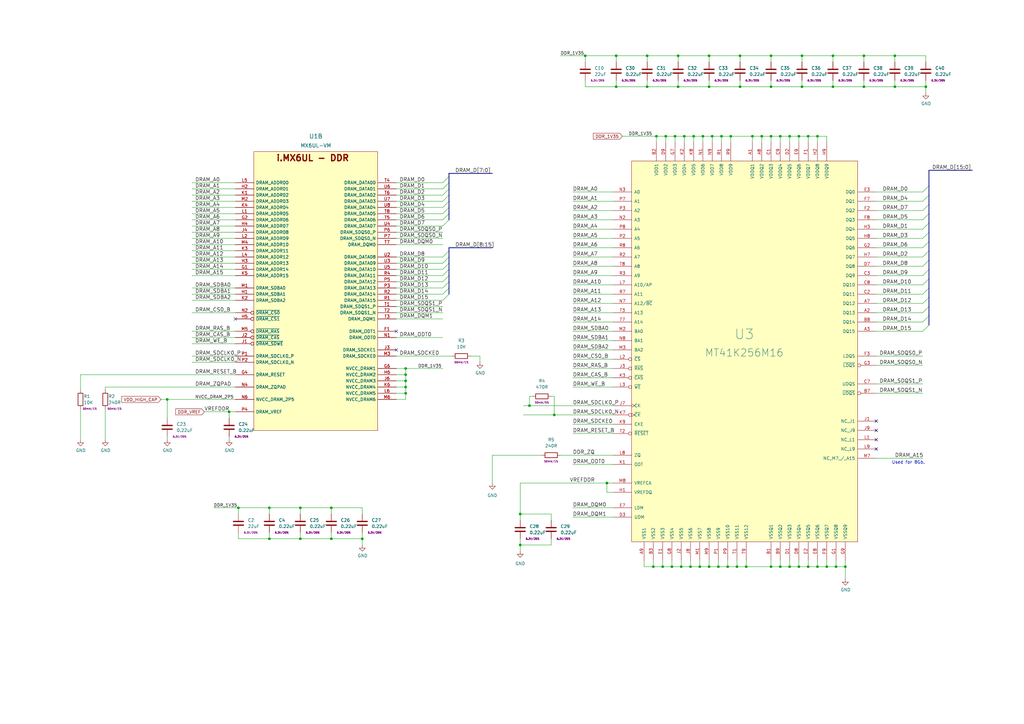
<source format=kicad_sch>
(kicad_sch (version 20210621) (generator eeschema)
  (paper "A3")
  (junction (at 287.02 232.41))
  (junction (at 213.36 210.82))
  (junction (at 290.83 22.86))
  (junction (at 316.23 35.56))
  (junction (at 273.05 55.88))
  (junction (at 279.4 232.41))
  (junction (at 97.79 208.28))
  (junction (at 379.73 35.56))
  (junction (at 331.47 55.88))
  (junction (at 303.53 22.86))
  (junction (at 341.63 22.86))
  (junction (at 327.66 55.88))
  (junction (at 110.49 208.28))
  (junction (at 335.28 232.41))
  (junction (at 354.33 22.86))
  (junction (at 278.13 22.86))
  (junction (at 312.42 55.88))
  (junction (at 275.59 232.41))
  (junction (at 284.48 55.88))
  (junction (at 240.03 22.86))
  (junction (at 327.66 232.41))
  (junction (at 265.43 35.56))
  (junction (at 328.93 35.56))
  (junction (at 269.24 55.88))
  (junction (at 308.61 55.88))
  (junction (at 298.45 232.41))
  (junction (at 93.98 168.91))
  (junction (at 316.23 232.41))
  (junction (at 213.36 223.52))
  (junction (at 346.71 232.41))
  (junction (at 276.86 55.88))
  (junction (at 110.49 220.98))
  (junction (at 331.47 232.41))
  (junction (at 354.33 35.56))
  (junction (at 166.37 158.75))
  (junction (at 248.92 198.12))
  (junction (at 166.37 151.13))
  (junction (at 166.37 153.67))
  (junction (at 135.89 220.98))
  (junction (at 292.1 55.88))
  (junction (at 367.03 22.86))
  (junction (at 166.37 161.29))
  (junction (at 342.9 232.41))
  (junction (at 123.19 208.28))
  (junction (at 316.23 55.88))
  (junction (at 335.28 55.88))
  (junction (at 294.64 232.41))
  (junction (at 290.83 35.56))
  (junction (at 341.63 35.56))
  (junction (at 290.83 232.41))
  (junction (at 288.29 55.88))
  (junction (at 339.09 232.41))
  (junction (at 135.89 208.28))
  (junction (at 271.78 232.41))
  (junction (at 323.85 55.88))
  (junction (at 302.26 232.41))
  (junction (at 320.04 232.41))
  (junction (at 252.73 35.56))
  (junction (at 367.03 35.56))
  (junction (at 267.97 232.41))
  (junction (at 283.21 232.41))
  (junction (at 295.91 55.88))
  (junction (at 306.07 232.41))
  (junction (at 323.85 232.41))
  (junction (at 265.43 22.86))
  (junction (at 316.23 22.86))
  (junction (at 328.93 22.86))
  (junction (at 252.73 22.86))
  (junction (at 280.67 55.88))
  (junction (at 303.53 35.56))
  (junction (at 148.59 220.98))
  (junction (at 217.17 166.37))
  (junction (at 123.19 220.98))
  (junction (at 320.04 55.88))
  (junction (at 299.72 55.88))
  (junction (at 166.37 156.21))
  (junction (at 227.33 170.18))
  (junction (at 68.58 163.83))
  (junction (at 278.13 35.56))
  (no_connect (at 359.41 180.34))
  (no_connect (at 162.56 143.51))
  (no_connect (at 162.56 135.89))
  (no_connect (at 359.41 184.15))
  (no_connect (at 359.41 176.53))
  (no_connect (at 96.52 130.81))
  (no_connect (at 359.41 172.72))
  (bus_entry (at 181.61 118.11) (size 2.54 -2.54))
  (bus_entry (at 378.46 109.22) (size 2.54 -2.54))
  (bus_entry (at 378.46 90.17) (size 2.54 -2.54))
  (bus_entry (at 181.61 90.17) (size 2.54 -2.54))
  (bus_entry (at 181.61 115.57) (size 2.54 -2.54))
  (bus_entry (at 378.46 86.36) (size 2.54 -2.54))
  (bus_entry (at 378.46 116.84) (size 2.54 -2.54))
  (bus_entry (at 181.61 110.49) (size 2.54 -2.54))
  (bus_entry (at 378.46 128.27) (size 2.54 -2.54))
  (bus_entry (at 378.46 120.65) (size 2.54 -2.54))
  (bus_entry (at 181.61 87.63) (size 2.54 -2.54))
  (bus_entry (at 378.46 78.74) (size 2.54 -2.54))
  (bus_entry (at 378.46 132.08) (size 2.54 -2.54))
  (bus_entry (at 378.46 113.03) (size 2.54 -2.54))
  (bus_entry (at 378.46 105.41) (size 2.54 -2.54))
  (bus_entry (at 378.46 135.89) (size 2.54 -2.54))
  (bus_entry (at 378.46 124.46) (size 2.54 -2.54))
  (bus_entry (at 378.46 93.98) (size 2.54 -2.54))
  (bus_entry (at 181.61 120.65) (size 2.54 -2.54))
  (bus_entry (at 181.61 77.47) (size 2.54 -2.54))
  (bus_entry (at 181.61 82.55) (size 2.54 -2.54))
  (bus_entry (at 181.61 105.41) (size 2.54 -2.54))
  (bus_entry (at 378.46 101.6) (size 2.54 -2.54))
  (bus_entry (at 378.46 82.55) (size 2.54 -2.54))
  (bus_entry (at 181.61 123.19) (size 2.54 -2.54))
  (bus_entry (at 181.61 74.93) (size 2.54 -2.54))
  (bus_entry (at 181.61 113.03) (size 2.54 -2.54))
  (bus_entry (at 181.61 85.09) (size 2.54 -2.54))
  (bus_entry (at 181.61 92.71) (size 2.54 -2.54))
  (bus_entry (at 378.46 97.79) (size 2.54 -2.54))
  (bus_entry (at 181.61 80.01) (size 2.54 -2.54))
  (bus_entry (at 181.61 107.95) (size 2.54 -2.54))
  (bus (pts (xy 184.15 87.63) (xy 184.15 90.17)))
  (wire (pts (xy 341.63 25.4) (xy 341.63 22.86)))
  (wire (pts (xy 265.43 35.56) (xy 278.13 35.56)))
  (wire (pts (xy 359.41 116.84) (xy 378.46 116.84)))
  (wire (pts (xy 162.56 113.03) (xy 181.61 113.03)))
  (wire (pts (xy 379.73 33.02) (xy 379.73 35.56)))
  (wire (pts (xy 110.49 218.44) (xy 110.49 220.98)))
  (wire (pts (xy 316.23 232.41) (xy 320.04 232.41)))
  (wire (pts (xy 166.37 161.29) (xy 162.56 161.29)))
  (wire (pts (xy 166.37 151.13) (xy 181.61 151.13)))
  (wire (pts (xy 96.52 118.11) (xy 78.74 118.11)))
  (wire (pts (xy 290.83 22.86) (xy 303.53 22.86)))
  (bus (pts (xy 184.15 110.49) (xy 184.15 113.03)))
  (wire (pts (xy 162.56 74.93) (xy 181.61 74.93)))
  (wire (pts (xy 273.05 55.88) (xy 276.86 55.88)))
  (wire (pts (xy 265.43 22.86) (xy 278.13 22.86)))
  (wire (pts (xy 327.66 232.41) (xy 327.66 229.87)))
  (wire (pts (xy 288.29 55.88) (xy 288.29 58.42)))
  (bus (pts (xy 381 83.82) (xy 381 87.63)))
  (wire (pts (xy 335.28 58.42) (xy 335.28 55.88)))
  (wire (pts (xy 252.73 22.86) (xy 265.43 22.86)))
  (wire (pts (xy 367.03 22.86) (xy 379.73 22.86)))
  (wire (pts (xy 196.85 146.05) (xy 196.85 148.59)))
  (wire (pts (xy 379.73 35.56) (xy 379.73 38.1)))
  (wire (pts (xy 359.41 105.41) (xy 378.46 105.41)))
  (bus (pts (xy 381 69.85) (xy 381 76.2)))
  (wire (pts (xy 43.18 167.64) (xy 43.18 180.34)))
  (wire (pts (xy 279.4 229.87) (xy 279.4 232.41)))
  (wire (pts (xy 66.04 163.83) (xy 68.58 163.83)))
  (wire (pts (xy 234.95 78.74) (xy 251.46 78.74)))
  (wire (pts (xy 162.56 125.73) (xy 181.61 125.73)))
  (wire (pts (xy 234.95 90.17) (xy 251.46 90.17)))
  (wire (pts (xy 303.53 25.4) (xy 303.53 22.86)))
  (bus (pts (xy 381 80.01) (xy 381 83.82)))
  (wire (pts (xy 240.03 35.56) (xy 252.73 35.56)))
  (wire (pts (xy 248.92 198.12) (xy 248.92 201.93)))
  (wire (pts (xy 135.89 208.28) (xy 148.59 208.28)))
  (wire (pts (xy 162.56 120.65) (xy 181.61 120.65)))
  (wire (pts (xy 302.26 229.87) (xy 302.26 232.41)))
  (wire (pts (xy 306.07 232.41) (xy 316.23 232.41)))
  (wire (pts (xy 240.03 33.02) (xy 240.03 35.56)))
  (wire (pts (xy 335.28 229.87) (xy 335.28 232.41)))
  (wire (pts (xy 96.52 87.63) (xy 78.74 87.63)))
  (wire (pts (xy 96.52 146.05) (xy 78.74 146.05)))
  (wire (pts (xy 341.63 33.02) (xy 341.63 35.56)))
  (wire (pts (xy 162.56 123.19) (xy 181.61 123.19)))
  (wire (pts (xy 290.83 232.41) (xy 294.64 232.41)))
  (wire (pts (xy 354.33 25.4) (xy 354.33 22.86)))
  (wire (pts (xy 335.28 55.88) (xy 339.09 55.88)))
  (wire (pts (xy 379.73 22.86) (xy 379.73 25.4)))
  (wire (pts (xy 213.36 210.82) (xy 226.06 210.82)))
  (wire (pts (xy 226.06 213.36) (xy 226.06 210.82)))
  (wire (pts (xy 328.93 35.56) (xy 341.63 35.56)))
  (wire (pts (xy 96.52 95.25) (xy 78.74 95.25)))
  (wire (pts (xy 201.93 198.12) (xy 201.93 186.69)))
  (wire (pts (xy 201.93 186.69) (xy 222.25 186.69)))
  (bus (pts (xy 184.15 102.87) (xy 184.15 105.41)))
  (wire (pts (xy 251.46 135.89) (xy 234.95 135.89)))
  (wire (pts (xy 287.02 229.87) (xy 287.02 232.41)))
  (wire (pts (xy 251.46 151.13) (xy 234.95 151.13)))
  (wire (pts (xy 339.09 229.87) (xy 339.09 232.41)))
  (wire (pts (xy 97.79 218.44) (xy 97.79 220.98)))
  (wire (pts (xy 359.41 149.86) (xy 378.46 149.86)))
  (wire (pts (xy 229.87 186.69) (xy 251.46 186.69)))
  (bus (pts (xy 184.15 107.95) (xy 184.15 110.49)))
  (wire (pts (xy 227.33 170.18) (xy 251.46 170.18)))
  (wire (pts (xy 248.92 201.93) (xy 251.46 201.93)))
  (bus (pts (xy 184.15 71.12) (xy 201.93 71.12)))
  (wire (pts (xy 335.28 232.41) (xy 339.09 232.41)))
  (wire (pts (xy 292.1 58.42) (xy 292.1 55.88)))
  (wire (pts (xy 240.03 22.86) (xy 229.87 22.86)))
  (wire (pts (xy 213.36 198.12) (xy 213.36 210.82)))
  (wire (pts (xy 213.36 210.82) (xy 213.36 213.36)))
  (wire (pts (xy 320.04 232.41) (xy 323.85 232.41)))
  (wire (pts (xy 96.52 92.71) (xy 78.74 92.71)))
  (wire (pts (xy 267.97 229.87) (xy 267.97 232.41)))
  (wire (pts (xy 166.37 161.29) (xy 166.37 163.83)))
  (wire (pts (xy 323.85 58.42) (xy 323.85 55.88)))
  (wire (pts (xy 354.33 22.86) (xy 367.03 22.86)))
  (wire (pts (xy 278.13 25.4) (xy 278.13 22.86)))
  (bus (pts (xy 381 118.11) (xy 381 121.92)))
  (wire (pts (xy 162.56 100.33) (xy 181.61 100.33)))
  (wire (pts (xy 110.49 208.28) (xy 123.19 208.28)))
  (wire (pts (xy 96.52 107.95) (xy 78.74 107.95)))
  (wire (pts (xy 342.9 229.87) (xy 342.9 232.41)))
  (wire (pts (xy 308.61 58.42) (xy 308.61 55.88)))
  (wire (pts (xy 166.37 153.67) (xy 166.37 156.21)))
  (bus (pts (xy 184.15 101.6) (xy 201.93 101.6)))
  (bus (pts (xy 184.15 74.93) (xy 184.15 77.47)))
  (wire (pts (xy 251.46 147.32) (xy 234.95 147.32)))
  (wire (pts (xy 294.64 232.41) (xy 298.45 232.41)))
  (wire (pts (xy 267.97 232.41) (xy 271.78 232.41)))
  (wire (pts (xy 166.37 158.75) (xy 166.37 161.29)))
  (bus (pts (xy 381 125.73) (xy 381 129.54)))
  (wire (pts (xy 234.95 86.36) (xy 251.46 86.36)))
  (wire (pts (xy 162.56 105.41) (xy 181.61 105.41)))
  (bus (pts (xy 184.15 82.55) (xy 184.15 85.09)))
  (bus (pts (xy 381 99.06) (xy 381 102.87)))
  (wire (pts (xy 359.41 132.08) (xy 378.46 132.08)))
  (bus (pts (xy 184.15 85.09) (xy 184.15 87.63)))
  (wire (pts (xy 33.02 153.67) (xy 96.52 153.67)))
  (wire (pts (xy 303.53 22.86) (xy 316.23 22.86)))
  (wire (pts (xy 135.89 220.98) (xy 135.89 218.44)))
  (wire (pts (xy 234.95 82.55) (xy 251.46 82.55)))
  (wire (pts (xy 252.73 35.56) (xy 265.43 35.56)))
  (wire (pts (xy 96.52 80.01) (xy 78.74 80.01)))
  (wire (pts (xy 275.59 232.41) (xy 275.59 229.87)))
  (wire (pts (xy 213.36 223.52) (xy 213.36 226.06)))
  (wire (pts (xy 316.23 22.86) (xy 328.93 22.86)))
  (bus (pts (xy 184.15 115.57) (xy 184.15 118.11)))
  (wire (pts (xy 148.59 208.28) (xy 148.59 210.82)))
  (wire (pts (xy 135.89 220.98) (xy 148.59 220.98)))
  (wire (pts (xy 265.43 35.56) (xy 265.43 33.02)))
  (wire (pts (xy 359.41 82.55) (xy 378.46 82.55)))
  (wire (pts (xy 234.95 177.8) (xy 251.46 177.8)))
  (wire (pts (xy 217.17 166.37) (xy 251.46 166.37)))
  (wire (pts (xy 162.56 153.67) (xy 166.37 153.67)))
  (wire (pts (xy 97.79 208.28) (xy 110.49 208.28)))
  (wire (pts (xy 299.72 55.88) (xy 308.61 55.88)))
  (wire (pts (xy 162.56 95.25) (xy 181.61 95.25)))
  (wire (pts (xy 68.58 163.83) (xy 96.52 163.83)))
  (wire (pts (xy 359.41 157.48) (xy 378.46 157.48)))
  (wire (pts (xy 278.13 35.56) (xy 278.13 33.02)))
  (wire (pts (xy 166.37 156.21) (xy 162.56 156.21)))
  (wire (pts (xy 87.63 208.28) (xy 97.79 208.28)))
  (wire (pts (xy 252.73 25.4) (xy 252.73 22.86)))
  (wire (pts (xy 123.19 208.28) (xy 135.89 208.28)))
  (wire (pts (xy 214.63 166.37) (xy 217.17 166.37)))
  (bus (pts (xy 184.15 72.39) (xy 184.15 74.93)))
  (wire (pts (xy 298.45 232.41) (xy 302.26 232.41)))
  (bus (pts (xy 184.15 113.03) (xy 184.15 115.57)))
  (wire (pts (xy 323.85 55.88) (xy 327.66 55.88)))
  (wire (pts (xy 302.26 232.41) (xy 306.07 232.41)))
  (wire (pts (xy 328.93 25.4) (xy 328.93 22.86)))
  (bus (pts (xy 381 114.3) (xy 381 118.11)))
  (wire (pts (xy 339.09 232.41) (xy 342.9 232.41)))
  (bus (pts (xy 381 129.54) (xy 381 133.35)))
  (wire (pts (xy 359.41 101.6) (xy 378.46 101.6)))
  (wire (pts (xy 276.86 58.42) (xy 276.86 55.88)))
  (wire (pts (xy 251.46 208.28) (xy 234.95 208.28)))
  (bus (pts (xy 184.15 77.47) (xy 184.15 80.01)))
  (wire (pts (xy 68.58 179.07) (xy 68.58 180.34)))
  (wire (pts (xy 320.04 229.87) (xy 320.04 232.41)))
  (wire (pts (xy 96.52 128.27) (xy 78.74 128.27)))
  (wire (pts (xy 359.41 90.17) (xy 378.46 90.17)))
  (wire (pts (xy 97.79 220.98) (xy 110.49 220.98)))
  (wire (pts (xy 234.95 113.03) (xy 251.46 113.03)))
  (wire (pts (xy 234.95 105.41) (xy 251.46 105.41)))
  (wire (pts (xy 316.23 35.56) (xy 328.93 35.56)))
  (bus (pts (xy 381 102.87) (xy 381 106.68)))
  (wire (pts (xy 96.52 102.87) (xy 78.74 102.87)))
  (wire (pts (xy 234.95 116.84) (xy 251.46 116.84)))
  (wire (pts (xy 295.91 55.88) (xy 299.72 55.88)))
  (wire (pts (xy 278.13 22.86) (xy 290.83 22.86)))
  (wire (pts (xy 96.52 138.43) (xy 78.74 138.43)))
  (wire (pts (xy 123.19 218.44) (xy 123.19 220.98)))
  (wire (pts (xy 166.37 153.67) (xy 166.37 151.13)))
  (wire (pts (xy 280.67 58.42) (xy 280.67 55.88)))
  (wire (pts (xy 162.56 146.05) (xy 185.42 146.05)))
  (wire (pts (xy 275.59 232.41) (xy 279.4 232.41)))
  (wire (pts (xy 248.92 198.12) (xy 251.46 198.12)))
  (wire (pts (xy 269.24 55.88) (xy 273.05 55.88)))
  (wire (pts (xy 93.98 168.91) (xy 96.52 168.91)))
  (wire (pts (xy 273.05 58.42) (xy 273.05 55.88)))
  (wire (pts (xy 316.23 229.87) (xy 316.23 232.41)))
  (wire (pts (xy 33.02 153.67) (xy 33.02 160.02)))
  (wire (pts (xy 251.46 143.51) (xy 234.95 143.51)))
  (wire (pts (xy 288.29 55.88) (xy 292.1 55.88)))
  (wire (pts (xy 290.83 35.56) (xy 303.53 35.56)))
  (wire (pts (xy 68.58 163.83) (xy 68.58 171.45)))
  (wire (pts (xy 96.52 113.03) (xy 78.74 113.03)))
  (wire (pts (xy 290.83 232.41) (xy 290.83 229.87)))
  (wire (pts (xy 328.93 22.86) (xy 341.63 22.86)))
  (wire (pts (xy 283.21 229.87) (xy 283.21 232.41)))
  (wire (pts (xy 93.98 171.45) (xy 93.98 168.91)))
  (wire (pts (xy 290.83 35.56) (xy 290.83 33.02)))
  (wire (pts (xy 96.52 77.47) (xy 78.74 77.47)))
  (wire (pts (xy 354.33 33.02) (xy 354.33 35.56)))
  (wire (pts (xy 359.41 97.79) (xy 378.46 97.79)))
  (wire (pts (xy 323.85 229.87) (xy 323.85 232.41)))
  (wire (pts (xy 162.56 77.47) (xy 181.61 77.47)))
  (wire (pts (xy 346.71 229.87) (xy 346.71 232.41)))
  (wire (pts (xy 96.52 135.89) (xy 78.74 135.89)))
  (wire (pts (xy 162.56 97.79) (xy 181.61 97.79)))
  (wire (pts (xy 316.23 25.4) (xy 316.23 22.86)))
  (wire (pts (xy 264.16 232.41) (xy 267.97 232.41)))
  (bus (pts (xy 184.15 71.12) (xy 184.15 72.39)))
  (wire (pts (xy 123.19 210.82) (xy 123.19 208.28)))
  (wire (pts (xy 341.63 35.56) (xy 354.33 35.56)))
  (wire (pts (xy 213.36 198.12) (xy 248.92 198.12)))
  (bus (pts (xy 381 87.63) (xy 381 91.44)))
  (wire (pts (xy 284.48 55.88) (xy 288.29 55.88)))
  (wire (pts (xy 308.61 55.88) (xy 312.42 55.88)))
  (wire (pts (xy 378.46 187.96) (xy 359.41 187.96)))
  (wire (pts (xy 213.36 220.98) (xy 213.36 223.52)))
  (wire (pts (xy 252.73 35.56) (xy 252.73 33.02)))
  (wire (pts (xy 359.41 120.65) (xy 378.46 120.65)))
  (wire (pts (xy 316.23 58.42) (xy 316.23 55.88)))
  (wire (pts (xy 367.03 33.02) (xy 367.03 35.56)))
  (wire (pts (xy 78.74 100.33) (xy 96.52 100.33)))
  (wire (pts (xy 162.56 82.55) (xy 181.61 82.55)))
  (bus (pts (xy 184.15 80.01) (xy 184.15 82.55)))
  (wire (pts (xy 320.04 55.88) (xy 320.04 58.42)))
  (wire (pts (xy 284.48 58.42) (xy 284.48 55.88)))
  (wire (pts (xy 43.18 158.75) (xy 96.52 158.75)))
  (wire (pts (xy 162.56 110.49) (xy 181.61 110.49)))
  (wire (pts (xy 217.17 162.56) (xy 217.17 166.37)))
  (wire (pts (xy 96.52 140.97) (xy 78.74 140.97)))
  (wire (pts (xy 342.9 232.41) (xy 346.71 232.41)))
  (wire (pts (xy 280.67 55.88) (xy 284.48 55.88)))
  (wire (pts (xy 227.33 162.56) (xy 227.33 170.18)))
  (wire (pts (xy 287.02 232.41) (xy 290.83 232.41)))
  (wire (pts (xy 359.41 124.46) (xy 378.46 124.46)))
  (wire (pts (xy 359.41 135.89) (xy 378.46 135.89)))
  (bus (pts (xy 184.15 101.6) (xy 184.15 102.87)))
  (wire (pts (xy 166.37 163.83) (xy 162.56 163.83)))
  (wire (pts (xy 148.59 220.98) (xy 148.59 223.52)))
  (wire (pts (xy 331.47 58.42) (xy 331.47 55.88)))
  (wire (pts (xy 359.41 78.74) (xy 378.46 78.74)))
  (wire (pts (xy 327.66 58.42) (xy 327.66 55.88)))
  (wire (pts (xy 316.23 35.56) (xy 316.23 33.02)))
  (bus (pts (xy 381 106.68) (xy 381 110.49)))
  (wire (pts (xy 271.78 232.41) (xy 275.59 232.41)))
  (wire (pts (xy 96.52 123.19) (xy 78.74 123.19)))
  (wire (pts (xy 278.13 35.56) (xy 290.83 35.56)))
  (wire (pts (xy 162.56 92.71) (xy 181.61 92.71)))
  (wire (pts (xy 162.56 80.01) (xy 181.61 80.01)))
  (wire (pts (xy 251.46 139.7) (xy 234.95 139.7)))
  (wire (pts (xy 234.95 120.65) (xy 251.46 120.65)))
  (wire (pts (xy 234.95 93.98) (xy 251.46 93.98)))
  (bus (pts (xy 184.15 118.11) (xy 184.15 120.65)))
  (wire (pts (xy 251.46 154.94) (xy 234.95 154.94)))
  (wire (pts (xy 327.66 232.41) (xy 331.47 232.41)))
  (wire (pts (xy 339.09 55.88) (xy 339.09 58.42)))
  (bus (pts (xy 381 121.92) (xy 381 125.73)))
  (wire (pts (xy 271.78 229.87) (xy 271.78 232.41)))
  (wire (pts (xy 162.56 151.13) (xy 166.37 151.13)))
  (wire (pts (xy 265.43 25.4) (xy 265.43 22.86)))
  (wire (pts (xy 320.04 55.88) (xy 323.85 55.88)))
  (wire (pts (xy 295.91 58.42) (xy 295.91 55.88)))
  (wire (pts (xy 316.23 55.88) (xy 320.04 55.88)))
  (wire (pts (xy 276.86 55.88) (xy 280.67 55.88)))
  (wire (pts (xy 162.56 90.17) (xy 181.61 90.17)))
  (wire (pts (xy 312.42 55.88) (xy 316.23 55.88)))
  (wire (pts (xy 255.27 55.88) (xy 269.24 55.88)))
  (wire (pts (xy 96.52 120.65) (xy 78.74 120.65)))
  (wire (pts (xy 367.03 35.56) (xy 379.73 35.56)))
  (wire (pts (xy 110.49 220.98) (xy 123.19 220.98)))
  (wire (pts (xy 359.41 93.98) (xy 378.46 93.98)))
  (wire (pts (xy 269.24 58.42) (xy 269.24 55.88)))
  (wire (pts (xy 331.47 232.41) (xy 335.28 232.41)))
  (wire (pts (xy 299.72 58.42) (xy 299.72 55.88)))
  (wire (pts (xy 162.56 107.95) (xy 181.61 107.95)))
  (wire (pts (xy 148.59 220.98) (xy 148.59 218.44)))
  (wire (pts (xy 264.16 229.87) (xy 264.16 232.41)))
  (bus (pts (xy 381 76.2) (xy 381 80.01)))
  (wire (pts (xy 135.89 210.82) (xy 135.89 208.28)))
  (bus (pts (xy 184.15 105.41) (xy 184.15 107.95)))
  (wire (pts (xy 341.63 22.86) (xy 354.33 22.86)))
  (wire (pts (xy 78.74 110.49) (xy 96.52 110.49)))
  (wire (pts (xy 303.53 35.56) (xy 303.53 33.02)))
  (wire (pts (xy 251.46 132.08) (xy 234.95 132.08)))
  (wire (pts (xy 312.42 58.42) (xy 312.42 55.88)))
  (wire (pts (xy 226.06 162.56) (xy 227.33 162.56)))
  (wire (pts (xy 83.82 168.91) (xy 93.98 168.91)))
  (wire (pts (xy 162.56 87.63) (xy 181.61 87.63)))
  (wire (pts (xy 306.07 229.87) (xy 306.07 232.41)))
  (wire (pts (xy 110.49 210.82) (xy 110.49 208.28)))
  (wire (pts (xy 234.95 101.6) (xy 251.46 101.6)))
  (wire (pts (xy 234.95 97.79) (xy 251.46 97.79)))
  (wire (pts (xy 359.41 146.05) (xy 378.46 146.05)))
  (wire (pts (xy 359.41 128.27) (xy 378.46 128.27)))
  (wire (pts (xy 213.36 223.52) (xy 226.06 223.52)))
  (wire (pts (xy 226.06 220.98) (xy 226.06 223.52)))
  (wire (pts (xy 328.93 35.56) (xy 328.93 33.02)))
  (wire (pts (xy 298.45 229.87) (xy 298.45 232.41)))
  (wire (pts (xy 162.56 85.09) (xy 181.61 85.09)))
  (wire (pts (xy 162.56 115.57) (xy 181.61 115.57)))
  (bus (pts (xy 381 95.25) (xy 381 99.06)))
  (wire (pts (xy 162.56 128.27) (xy 181.61 128.27)))
  (wire (pts (xy 359.41 161.29) (xy 378.46 161.29)))
  (wire (pts (xy 166.37 158.75) (xy 162.56 158.75)))
  (wire (pts (xy 327.66 55.88) (xy 331.47 55.88)))
  (wire (pts (xy 234.95 124.46) (xy 251.46 124.46)))
  (wire (pts (xy 196.85 146.05) (xy 193.04 146.05)))
  (wire (pts (xy 331.47 55.88) (xy 335.28 55.88)))
  (wire (pts (xy 359.41 113.03) (xy 378.46 113.03)))
  (wire (pts (xy 290.83 25.4) (xy 290.83 22.86)))
  (wire (pts (xy 251.46 173.99) (xy 234.95 173.99)))
  (wire (pts (xy 303.53 35.56) (xy 316.23 35.56)))
  (wire (pts (xy 346.71 232.41) (xy 346.71 237.49)))
  (wire (pts (xy 279.4 232.41) (xy 283.21 232.41)))
  (wire (pts (xy 162.56 130.81) (xy 181.61 130.81)))
  (wire (pts (xy 97.79 210.82) (xy 97.79 208.28)))
  (wire (pts (xy 43.18 158.75) (xy 43.18 160.02)))
  (wire (pts (xy 251.46 158.75) (xy 234.95 158.75)))
  (wire (pts (xy 123.19 220.98) (xy 135.89 220.98)))
  (wire (pts (xy 162.56 138.43) (xy 181.61 138.43)))
  (wire (pts (xy 218.44 162.56) (xy 217.17 162.56)))
  (wire (pts (xy 251.46 190.5) (xy 234.95 190.5)))
  (wire (pts (xy 234.95 109.22) (xy 251.46 109.22)))
  (wire (pts (xy 214.63 170.18) (xy 227.33 170.18)))
  (wire (pts (xy 359.41 86.36) (xy 378.46 86.36)))
  (wire (pts (xy 292.1 55.88) (xy 295.91 55.88)))
  (wire (pts (xy 283.21 232.41) (xy 287.02 232.41)))
  (wire (pts (xy 93.98 179.07) (xy 93.98 180.34)))
  (wire (pts (xy 359.41 109.22) (xy 378.46 109.22)))
  (wire (pts (xy 240.03 22.86) (xy 252.73 22.86)))
  (wire (pts (xy 162.56 118.11) (xy 181.61 118.11)))
  (bus (pts (xy 381 69.85) (xy 398.78 69.85)))
  (wire (pts (xy 96.52 97.79) (xy 78.74 97.79)))
  (wire (pts (xy 240.03 22.86) (xy 240.03 25.4)))
  (wire (pts (xy 96.52 74.93) (xy 78.74 74.93)))
  (wire (pts (xy 166.37 156.21) (xy 166.37 158.75)))
  (wire (pts (xy 323.85 232.41) (xy 327.66 232.41)))
  (wire (pts (xy 367.03 25.4) (xy 367.03 22.86)))
  (wire (pts (xy 234.95 128.27) (xy 251.46 128.27)))
  (wire (pts (xy 96.52 105.41) (xy 78.74 105.41)))
  (wire (pts (xy 96.52 148.59) (xy 78.74 148.59)))
  (wire (pts (xy 33.02 167.64) (xy 33.02 180.34)))
  (bus (pts (xy 381 110.49) (xy 381 114.3)))
  (wire (pts (xy 294.64 232.41) (xy 294.64 229.87)))
  (wire (pts (xy 96.52 85.09) (xy 78.74 85.09)))
  (wire (pts (xy 331.47 232.41) (xy 331.47 229.87)))
  (bus (pts (xy 381 91.44) (xy 381 95.25)))
  (wire (pts (xy 354.33 35.56) (xy 367.03 35.56)))
  (wire (pts (xy 96.52 82.55) (xy 78.74 82.55)))
  (wire (pts (xy 96.52 90.17) (xy 78.74 90.17)))
  (wire (pts (xy 251.46 212.09) (xy 234.95 212.09)))
  (text "Used for 8Gb." (at 365.76 190.5 0) (effects (font (size 1.27 1.27)) (justify left bottom)))
  (label "DRAM_D1" (at 163.83 77.47 0) (effects (font (size 1.524 1.524))))
  (label "DRAM_SDQS0_P" (at 163.83 95.25 0) (effects (font (size 1.524 1.524))))
  (label "DRAM_A6" (at 234.95 101.6 0) (effects (font (size 1.524 1.524))))
  (label "DRAM_SDCLK0_P" (at 234.95 166.37 0) (effects (font (size 1.524 1.524))))
  (label "DRAM_A11" (at 80.01 102.87 0) (effects (font (size 1.524 1.524))))
  (label "VREFDDR" (at 233.68 198.12 0) (effects (font (size 1.524 1.524))))
  (label "DRAM_D13" (at 361.95 128.27 0) (effects (font (size 1.524 1.524))))
  (label "DRAM_A14" (at 80.01 110.49 0) (effects (font (size 1.524 1.524))))
  (label "DRAM_A3" (at 234.95 90.17 0) (effects (font (size 1.524 1.524))))
  (label "DRAM_SDBA2" (at 80.01 123.19 0) (effects (font (size 1.524 1.524))))
  (label "DRAM_A10" (at 80.01 100.33 0) (effects (font (size 1.524 1.524))))
  (label "DRAM_D3" (at 361.95 97.79 0) (effects (font (size 1.524 1.524))))
  (label "DRAM_D10" (at 163.83 110.49 0) (effects (font (size 1.524 1.524))))
  (label "DRAM_SDQS0_N" (at 163.83 97.79 0) (effects (font (size 1.524 1.524))))
  (label "DRAM_D14" (at 361.95 132.08 0) (effects (font (size 1.524 1.524))))
  (label "DRAM_A5" (at 234.95 97.79 0) (effects (font (size 1.524 1.524))))
  (label "DRAM_A8" (at 234.95 109.22 0) (effects (font (size 1.524 1.524))))
  (label "DRAM_D3" (at 163.83 82.55 0) (effects (font (size 1.524 1.524))))
  (label "DRAM_DQM1" (at 163.83 130.81 0) (effects (font (size 1.524 1.524))))
  (label "DDR_1V35" (at 229.87 22.86 0))
  (label "DRAM_SDQS0_P" (at 360.68 146.05 0) (effects (font (size 1.524 1.524))))
  (label "DDR_ZQ" (at 234.95 186.69 0) (effects (font (size 1.524 1.524))))
  (label "DRAM_D9" (at 361.95 113.03 0) (effects (font (size 1.524 1.524))))
  (label "DRAM_D6" (at 361.95 101.6 0) (effects (font (size 1.524 1.524))))
  (label "DRAM_SDBA0" (at 234.95 135.89 0) (effects (font (size 1.524 1.524))))
  (label "DRAM_SDQS0_N" (at 360.68 149.86 0) (effects (font (size 1.524 1.524))))
  (label "DRAM_D[7:0]" (at 186.69 71.12 0) (effects (font (size 1.524 1.524))))
  (label "DRAM_D5" (at 163.83 87.63 0) (effects (font (size 1.524 1.524))))
  (label "DRAM_SDQS1_N" (at 163.83 128.27 0) (effects (font (size 1.524 1.524))))
  (label "DRAM_SDCLK0_N" (at 80.01 148.59 0) (effects (font (size 1.524 1.524))))
  (label "DRAM_D2" (at 361.95 105.41 0) (effects (font (size 1.524 1.524))))
  (label "DRAM_SDBA0" (at 80.01 118.11 0) (effects (font (size 1.524 1.524))))
  (label "DRAM_SDCLK0_N" (at 234.95 170.18 0) (effects (font (size 1.524 1.524))))
  (label "DRAM_A7" (at 80.01 92.71 0) (effects (font (size 1.524 1.524))))
  (label "DRAM_A1" (at 234.95 82.55 0) (effects (font (size 1.524 1.524))))
  (label "DRAM_SDQS1_P" (at 163.83 125.73 0) (effects (font (size 1.524 1.524))))
  (label "DRAM_D7" (at 163.83 92.71 0) (effects (font (size 1.524 1.524))))
  (label "DRAM_RAS_B" (at 234.95 151.13 0) (effects (font (size 1.524 1.524))))
  (label "DRAM_A15" (at 80.01 113.03 0) (effects (font (size 1.524 1.524))))
  (label "DRAM_SDBA1" (at 80.01 120.65 0) (effects (font (size 1.524 1.524))))
  (label "DRAM_D12" (at 163.83 115.57 0) (effects (font (size 1.524 1.524))))
  (label "DRAM_A15" (at 367.03 187.96 0) (effects (font (size 1.524 1.524))))
  (label "DRAM_CAS_B" (at 234.95 154.94 0) (effects (font (size 1.524 1.524))))
  (label "DRAM_D10" (at 361.95 116.84 0) (effects (font (size 1.524 1.524))))
  (label "DRAM_A5" (at 80.01 87.63 0) (effects (font (size 1.524 1.524))))
  (label "DRAM_D7" (at 361.95 86.36 0) (effects (font (size 1.524 1.524))))
  (label "DRAM_D0" (at 361.95 78.74 0) (effects (font (size 1.524 1.524))))
  (label "DRAM_D4" (at 361.95 82.55 0) (effects (font (size 1.524 1.524))))
  (label "DDR_1V35" (at 257.81 55.88 0))
  (label "DRAM_DQM1" (at 234.95 212.09 0) (effects (font (size 1.524 1.524))))
  (label "DRAM_D6" (at 163.83 90.17 0) (effects (font (size 1.524 1.524))))
  (label "DRAM_SDQS1_P" (at 360.68 157.48 0) (effects (font (size 1.524 1.524))))
  (label "DRAM_SDBA2" (at 234.95 143.51 0) (effects (font (size 1.524 1.524))))
  (label "DRAM_SDCKE0" (at 163.83 146.05 0) (effects (font (size 1.524 1.524))))
  (label "DRAM_ODT0" (at 163.83 138.43 0) (effects (font (size 1.524 1.524))))
  (label "DRAM_WE_B" (at 234.95 158.75 0) (effects (font (size 1.524 1.524))))
  (label "DRAM_A0" (at 234.95 78.74 0) (effects (font (size 1.524 1.524))))
  (label "DRAM_A12" (at 234.95 124.46 0) (effects (font (size 1.524 1.524))))
  (label "DRAM_A11" (at 234.95 120.65 0) (effects (font (size 1.524 1.524))))
  (label "DRAM_DQM0" (at 163.83 100.33 0) (effects (font (size 1.524 1.524))))
  (label "DRAM_ODT0" (at 234.95 190.5 0) (effects (font (size 1.524 1.524))))
  (label "DRAM_A8" (at 80.01 95.25 0) (effects (font (size 1.524 1.524))))
  (label "DRAM_A0" (at 80.01 74.93 0) (effects (font (size 1.524 1.524))))
  (label "DRAM_A4" (at 234.95 93.98 0) (effects (font (size 1.524 1.524))))
  (label "DRAM_WE_B" (at 80.01 140.97 0) (effects (font (size 1.524 1.524))))
  (label "DRAM_A1" (at 80.01 77.47 0) (effects (font (size 1.524 1.524))))
  (label "DRAM_D14" (at 163.83 120.65 0) (effects (font (size 1.524 1.524))))
  (label "DRAM_A9" (at 80.01 97.79 0) (effects (font (size 1.524 1.524))))
  (label "DRAM_A13" (at 234.95 128.27 0) (effects (font (size 1.524 1.524))))
  (label "DRAM_A7" (at 234.95 105.41 0) (effects (font (size 1.524 1.524))))
  (label "DRAM_RAS_B" (at 80.01 135.89 0) (effects (font (size 1.524 1.524))))
  (label "DRAM_CS0_B" (at 234.95 147.32 0) (effects (font (size 1.524 1.524))))
  (label "DDR_1V35" (at 171.45 151.13 0))
  (label "DRAM_SDCKE0" (at 234.95 173.99 0) (effects (font (size 1.524 1.524))))
  (label "DRAM_ZQPAD" (at 80.01 158.75 0) (effects (font (size 1.524 1.524))))
  (label "VREFDDR" (at 83.82 168.91 0) (effects (font (size 1.524 1.524))))
  (label "DRAM_D5" (at 361.95 90.17 0) (effects (font (size 1.524 1.524))))
  (label "DRAM_D9" (at 163.83 107.95 0) (effects (font (size 1.524 1.524))))
  (label "DRAM_A3" (at 80.01 82.55 0) (effects (font (size 1.524 1.524))))
  (label "DRAM_A2" (at 234.95 86.36 0) (effects (font (size 1.524 1.524))))
  (label "DRAM_D13" (at 163.83 118.11 0) (effects (font (size 1.524 1.524))))
  (label "DRAM_DQM0" (at 234.95 208.28 0) (effects (font (size 1.524 1.524))))
  (label "DRAM_A2" (at 80.01 80.01 0) (effects (font (size 1.524 1.524))))
  (label "DRAM_SDBA1" (at 234.95 139.7 0) (effects (font (size 1.524 1.524))))
  (label "DRAM_D11" (at 163.83 113.03 0) (effects (font (size 1.524 1.524))))
  (label "DRAM_RESET_B" (at 80.01 153.67 0) (effects (font (size 1.524 1.524))))
  (label "DRAM_A12" (at 80.01 105.41 0) (effects (font (size 1.524 1.524))))
  (label "DRAM_D8" (at 163.83 105.41 0) (effects (font (size 1.524 1.524))))
  (label "DRAM_A13" (at 80.01 107.95 0) (effects (font (size 1.524 1.524))))
  (label "DRAM_CS0_B" (at 80.01 128.27 0) (effects (font (size 1.524 1.524))))
  (label "DRAM_D[8:15]" (at 186.69 101.6 0) (effects (font (size 1.524 1.524))))
  (label "DRAM_A6" (at 80.01 90.17 0) (effects (font (size 1.524 1.524))))
  (label "DRAM_D2" (at 163.83 80.01 0) (effects (font (size 1.524 1.524))))
  (label "DRAM_D15" (at 361.95 135.89 0) (effects (font (size 1.524 1.524))))
  (label "DRAM_RESET_B" (at 234.95 177.8 0) (effects (font (size 1.524 1.524))))
  (label "DRAM_SDQS1_N" (at 360.68 161.29 0) (effects (font (size 1.524 1.524))))
  (label "DRAM_CAS_B" (at 80.01 138.43 0) (effects (font (size 1.524 1.524))))
  (label "DRAM_A4" (at 80.01 85.09 0) (effects (font (size 1.524 1.524))))
  (label "DRAM_D1" (at 361.95 93.98 0) (effects (font (size 1.524 1.524))))
  (label "DRAM_A9" (at 234.95 113.03 0) (effects (font (size 1.524 1.524))))
  (label "DRAM_D12" (at 361.95 124.46 0) (effects (font (size 1.524 1.524))))
  (label "DRAM_A10" (at 234.95 116.84 0) (effects (font (size 1.524 1.524))))
  (label "DRAM_SDCLK0_P" (at 80.01 146.05 0) (effects (font (size 1.524 1.524))))
  (label "DRAM_D11" (at 361.95 120.65 0) (effects (font (size 1.524 1.524))))
  (label "DRAM_D8" (at 361.95 109.22 0) (effects (font (size 1.524 1.524))))
  (label "NVCC_DRAM_2P5" (at 80.01 163.83 0))
  (label "DRAM_D[15:0]" (at 382.27 69.85 0) (effects (font (size 1.524 1.524))))
  (label "DRAM_D4" (at 163.83 85.09 0) (effects (font (size 1.524 1.524))))
  (label "DRAM_A14" (at 234.95 132.08 0) (effects (font (size 1.524 1.524))))
  (label "DRAM_D0" (at 163.83 74.93 0) (effects (font (size 1.524 1.524))))
  (label "DDR_1V35" (at 87.63 208.28 0))
  (label "DRAM_D15" (at 163.83 123.19 0) (effects (font (size 1.524 1.524))))
  (global_label "DDR_1V35" (shape input) (at 255.27 55.88 180) (property "Intersheet References" "${INTERSHEET_REFS}" (effects hide)))
  (global_label "VDD_HIGH_CAP" (shape input) (at 66.04 163.83 180) (property "Intersheet References" "${INTERSHEET_REFS}" (effects hide)))
  (global_label "DDR_VREF" (shape input) (at 83.82 168.91 180) (property "Intersheet References" "${INTERSHEET_REFS}" (effects hide)))
  (symbol (lib_id "power:GND") (at 213.36 226.06 0) (unit 1)
    (property "Reference" "#PWR0107" (effects hide))
    (property "Value" "GND" (at 213.36 231.14 0))
  )
  (symbol (lib_id "imx6ull-sbc:MT41K256M16") (at 304.8 140.97 0) (unit 1)
    (property "Reference" "U3" (at 305.271 137.0662 0) (effects (font (size 3.9878 3.9878))))
    (property "Value" "MT41K256M16" (at 305.271 144.6862 0) (effects (font (size 2.9972 2.9972))))
    (property "Footprint" "imx6ull-sbc:MICRON-FBGA-96" (effects hide))
  )
  (symbol (lib_id "Device:C") (at 110.49 214.63 0) (unit 1)
    (property "Reference" "C4" (at 114.3 213.3599 0) (effects (justify left)))
    (property "Value" "0.22uF" (at 114.3 215.8999 0) (effects (justify left)))
    (property "Footprint" "Capacitor_SMD:C_0201_0603Metric" (effects hide))
    (property "Rating" "6.3V/20%" (at 115.57 218.44 0) (effects (font (size 0.762 0.762))))
  )
  (symbol (lib_id "power:GND") (at 196.85 148.59 0) (unit 1)
    (property "Reference" "#PWR0108" (effects hide))
    (property "Value" "GND" (at 196.977 152.9842 0))
  )
  (symbol (lib_id "Device:C") (at 252.73 29.21 0) (unit 1)
    (property "Reference" "C30" (at 256.54 27.9399 0) (effects (justify left)))
    (property "Value" "0.22uF" (at 256.54 30.4799 0) (effects (justify left)))
    (property "Footprint" "Capacitor_SMD:C_0201_0603Metric" (effects hide))
    (property "Rating" "6.3V/20%" (at 257.81 33.02 0) (effects (font (size 0.762 0.762))))
  )
  (symbol (lib_id "power:GND") (at 93.98 180.34 0) (unit 1)
    (property "Reference" "#PWR0103" (effects hide))
    (property "Value" "GND" (at 94.107 184.7342 0))
  )
  (symbol (lib_id "Device:R") (at 43.18 163.83 0) (unit 1)
    (property "Reference" "R2" (at 44.45 162.5599 0) (effects (justify left)))
    (property "Value" "240R" (at 44.45 165.0999 0) (effects (justify left)))
    (property "Footprint" "Resistor_SMD:R_0201_0603Metric" (effects hide))
    (property "Rating" "50mW/1%" (at 46.99 167.64 0) (effects (font (size 0.762 0.762))))
  )
  (symbol (lib_id "Device:C") (at 290.83 29.21 0) (unit 1)
    (property "Reference" "C33" (at 294.64 27.9399 0) (effects (justify left)))
    (property "Value" "0.22uF" (at 294.64 30.4799 0) (effects (justify left)))
    (property "Footprint" "Capacitor_SMD:C_0201_0603Metric" (effects hide))
    (property "Rating" "6.3V/20%" (at 295.91 33.02 0) (effects (font (size 0.762 0.762))))
  )
  (symbol (lib_id "Device:C") (at 354.33 29.21 0) (unit 1)
    (property "Reference" "C38" (at 358.14 27.9399 0) (effects (justify left)))
    (property "Value" "0.22uF" (at 358.14 30.4799 0) (effects (justify left)))
    (property "Footprint" "Capacitor_SMD:C_0201_0603Metric" (effects hide))
    (property "Rating" "6.3V/20%" (at 359.41 33.02 0) (effects (font (size 0.762 0.762))))
  )
  (symbol (lib_id "Device:C") (at 135.89 214.63 0) (unit 1)
    (property "Reference" "C26" (at 139.7 213.3599 0) (effects (justify left)))
    (property "Value" "0.22uF" (at 139.7 215.8999 0) (effects (justify left)))
    (property "Footprint" "Capacitor_SMD:C_0201_0603Metric" (effects hide))
    (property "Rating" "6.3V/20%" (at 140.97 218.44 0) (effects (font (size 0.762 0.762))))
  )
  (symbol (lib_id "Device:C") (at 213.36 217.17 0) (unit 1)
    (property "Reference" "C28" (at 217.17 215.8999 0) (effects (justify left)))
    (property "Value" "0.22uF" (at 217.17 218.4399 0) (effects (justify left)))
    (property "Footprint" "Capacitor_SMD:C_0201_0603Metric" (effects hide))
    (property "Rating" "6.3V/20%" (at 218.44 220.98 0) (effects (font (size 0.762 0.762))))
  )
  (symbol (lib_id "power:GND") (at 201.93 198.12 0) (unit 1)
    (property "Reference" "#PWR0109" (effects hide))
    (property "Value" "GND" (at 201.93 203.2 0))
  )
  (symbol (lib_id "Device:C") (at 278.13 29.21 0) (unit 1)
    (property "Reference" "C32" (at 281.94 27.9399 0) (effects (justify left)))
    (property "Value" "0.22uF" (at 281.94 30.4799 0) (effects (justify left)))
    (property "Footprint" "Capacitor_SMD:C_0201_0603Metric" (effects hide))
    (property "Rating" "6.3V/20%" (at 283.21 33.02 0) (effects (font (size 0.762 0.762))))
  )
  (symbol (lib_id "power:GND") (at 148.59 223.52 0) (unit 1)
    (property "Reference" "#PWR0106" (effects hide))
    (property "Value" "GND" (at 148.717 227.9142 0))
  )
  (symbol (lib_id "Device:C") (at 226.06 217.17 0) (unit 1)
    (property "Reference" "C29" (at 229.87 215.8999 0) (effects (justify left)))
    (property "Value" "0.22uF" (at 229.87 218.4399 0) (effects (justify left)))
    (property "Footprint" "Capacitor_SMD:C_0201_0603Metric" (effects hide))
    (property "Rating" "6.3V/20%" (at 231.14 220.98 0) (effects (font (size 0.762 0.762))))
  )
  (symbol (lib_id "Device:C") (at 341.63 29.21 0) (unit 1)
    (property "Reference" "C37" (at 345.44 27.9399 0) (effects (justify left)))
    (property "Value" "0.22uF" (at 345.44 30.4799 0) (effects (justify left)))
    (property "Footprint" "Capacitor_SMD:C_0201_0603Metric" (effects hide))
    (property "Rating" "6.3V/20%" (at 346.71 33.02 0) (effects (font (size 0.762 0.762))))
  )
  (symbol (lib_id "Device:C") (at 316.23 29.21 0) (unit 1)
    (property "Reference" "C35" (at 320.04 27.9399 0) (effects (justify left)))
    (property "Value" "0.22uF" (at 320.04 30.4799 0) (effects (justify left)))
    (property "Footprint" "Capacitor_SMD:C_0201_0603Metric" (effects hide))
    (property "Rating" "6.3V/20%" (at 321.31 33.02 0) (effects (font (size 0.762 0.762))))
  )
  (symbol (lib_id "Device:C") (at 148.59 214.63 0) (unit 1)
    (property "Reference" "C27" (at 152.4 213.3599 0) (effects (justify left)))
    (property "Value" "0.22uF" (at 152.4 215.8999 0) (effects (justify left)))
    (property "Footprint" "Capacitor_SMD:C_0201_0603Metric" (effects hide))
    (property "Rating" "6.3V/20%" (at 153.67 218.44 0) (effects (font (size 0.762 0.762))))
  )
  (symbol (lib_id "Device:R") (at 226.06 186.69 90) (unit 1)
    (property "Reference" "R5" (at 226.06 180.34 90))
    (property "Value" "240R" (at 226.06 182.88 90))
    (property "Footprint" "Resistor_SMD:R_0402_1005Metric" (effects hide))
    (property "Rating" "50mW/1%" (at 226.06 189.23 90) (effects (font (size 0.762 0.762))))
  )
  (symbol (lib_id "power:GND") (at 68.58 180.34 0) (unit 1)
    (property "Reference" "#PWR0102" (effects hide))
    (property "Value" "GND" (at 68.707 184.7342 0))
  )
  (symbol (lib_id "Device:R") (at 189.23 146.05 90) (unit 1)
    (property "Reference" "R3" (at 189.23 139.7 90))
    (property "Value" "10K" (at 189.23 142.24 90))
    (property "Footprint" "Resistor_SMD:R_0402_1005Metric" (effects hide))
    (property "Rating" "50mW/1%" (at 189.23 148.59 90) (effects (font (size 0.762 0.762))))
  )
  (symbol (lib_id "Device:R") (at 33.02 163.83 0) (unit 1)
    (property "Reference" "R1" (at 34.29 162.5599 0) (effects (justify left)))
    (property "Value" "10K" (at 34.29 165.0999 0) (effects (justify left)))
    (property "Footprint" "Resistor_SMD:R_0402_1005Metric" (effects hide))
    (property "Rating" "50mW/1%" (at 36.83 167.64 0) (effects (font (size 0.762 0.762))))
  )
  (symbol (lib_id "power:GND") (at 33.02 180.34 0) (unit 1)
    (property "Reference" "#PWR0105" (effects hide))
    (property "Value" "GND" (at 33.147 184.7342 0))
  )
  (symbol (lib_id "Device:C") (at 123.19 214.63 0) (unit 1)
    (property "Reference" "C25" (at 127 213.3599 0) (effects (justify left)))
    (property "Value" "0.22uF" (at 127 215.8999 0) (effects (justify left)))
    (property "Footprint" "Capacitor_SMD:C_0201_0603Metric" (effects hide))
    (property "Rating" "6.3V/20%" (at 128.27 218.44 0) (effects (font (size 0.762 0.762))))
  )
  (symbol (lib_id "Device:C") (at 240.03 29.21 0) (unit 1)
    (property "Reference" "C10" (at 243.84 27.9399 0) (effects (justify left)))
    (property "Value" "22uF" (at 243.84 30.4799 0) (effects (justify left)))
    (property "Footprint" "Capacitor_SMD:C_0603_1608Metric" (effects hide))
    (property "Rating" "6.3V/20%" (at 245.11 33.02 0) (effects (font (size 0.762 0.762))))
  )
  (symbol (lib_id "Device:C") (at 367.03 29.21 0) (unit 1)
    (property "Reference" "C39" (at 370.84 27.9399 0) (effects (justify left)))
    (property "Value" "0.22uF" (at 370.84 30.4799 0) (effects (justify left)))
    (property "Footprint" "Capacitor_SMD:C_0201_0603Metric" (effects hide))
    (property "Rating" "6.3V/20%" (at 372.11 33.02 0) (effects (font (size 0.762 0.762))))
  )
  (symbol (lib_id "Device:R") (at 222.25 162.56 90) (unit 1)
    (property "Reference" "R4" (at 222.25 156.21 90))
    (property "Value" "470R" (at 222.25 158.75 90))
    (property "Footprint" "Capacitor_SMD:C_0201_0603Metric" (effects hide))
    (property "Rating" "50mW/5%" (at 222.25 165.1 90) (effects (font (size 0.762 0.762))))
  )
  (symbol (lib_id "Device:C") (at 68.58 175.26 0) (unit 1)
    (property "Reference" "C23" (at 72.39 173.9899 0) (effects (justify left)))
    (property "Value" "0.22uF" (at 72.39 176.5299 0) (effects (justify left)))
    (property "Footprint" "Capacitor_SMD:C_0201_0603Metric" (effects hide))
    (property "Rating" "6.3V/20%" (at 73.66 179.07 0) (effects (font (size 0.762 0.762))))
  )
  (symbol (lib_id "Device:C") (at 265.43 29.21 0) (unit 1)
    (property "Reference" "C31" (at 269.24 27.9399 0) (effects (justify left)))
    (property "Value" "0.22uF" (at 269.24 30.4799 0) (effects (justify left)))
    (property "Footprint" "Capacitor_SMD:C_0201_0603Metric" (effects hide))
    (property "Rating" "6.3V/20%" (at 270.51 33.02 0) (effects (font (size 0.762 0.762))))
  )
  (symbol (lib_id "power:GND") (at 43.18 180.34 0) (unit 1)
    (property "Reference" "#PWR0104" (effects hide))
    (property "Value" "GND" (at 43.307 184.7342 0))
  )
  (symbol (lib_id "Device:C") (at 303.53 29.21 0) (unit 1)
    (property "Reference" "C34" (at 307.34 27.9399 0) (effects (justify left)))
    (property "Value" "0.22uF" (at 307.34 30.4799 0) (effects (justify left)))
    (property "Footprint" "Capacitor_SMD:C_0201_0603Metric" (effects hide))
    (property "Rating" "6.3V/20%" (at 308.61 33.02 0) (effects (font (size 0.762 0.762))))
  )
  (symbol (lib_id "Device:C") (at 93.98 175.26 0) (unit 1)
    (property "Reference" "C24" (at 97.79 173.9899 0) (effects (justify left)))
    (property "Value" "0.22uF" (at 97.79 176.5299 0) (effects (justify left)))
    (property "Footprint" "Capacitor_SMD:C_0201_0603Metric" (effects hide))
    (property "Rating" "6.3V/20%" (at 99.06 179.07 0) (effects (font (size 0.762 0.762))))
  )
  (symbol (lib_id "power:GND") (at 379.73 38.1 0) (unit 1)
    (property "Reference" "#PWR0101" (effects hide))
    (property "Value" "GND" (at 379.857 42.4942 0))
  )
  (symbol (lib_id "power:GND") (at 346.71 237.49 0) (unit 1)
    (property "Reference" "#PWR0110" (effects hide))
    (property "Value" "GND" (at 346.837 241.8842 0))
  )
  (symbol (lib_id "Device:C") (at 379.73 29.21 0) (unit 1)
    (property "Reference" "C40" (at 383.54 27.9399 0) (effects (justify left)))
    (property "Value" "0.22uF" (at 383.54 30.4799 0) (effects (justify left)))
    (property "Footprint" "Capacitor_SMD:C_0201_0603Metric" (effects hide))
    (property "Rating" "6.3V/20%" (at 384.81 33.02 0) (effects (font (size 0.762 0.762))))
  )
  (symbol (lib_id "Device:C") (at 328.93 29.21 0) (unit 1)
    (property "Reference" "C36" (at 332.74 27.9399 0) (effects (justify left)))
    (property "Value" "0.22uF" (at 332.74 30.4799 0) (effects (justify left)))
    (property "Footprint" "Capacitor_SMD:C_0201_0603Metric" (effects hide))
    (property "Rating" "6.3V/20%" (at 334.01 33.02 0) (effects (font (size 0.762 0.762))))
  )
  (symbol (lib_id "Device:C") (at 97.79 214.63 0) (unit 1)
    (property "Reference" "C2" (at 101.6 213.3599 0) (effects (justify left)))
    (property "Value" "22uF" (at 101.6 215.8999 0) (effects (justify left)))
    (property "Footprint" "Capacitor_SMD:C_0603_1608Metric" (effects hide))
    (property "Rating" "6.3V/20%" (at 102.87 218.44 0) (effects (font (size 0.762 0.762))))
  )
  (symbol (lib_id "imx6ull-sbc:MX6UL-VM") (at 129.54 62.23 0) (unit 2)
    (property "Reference" "U1" (at 129.54 55.88 0) (effects (font (size 1.778 1.778))))
    (property "Value" "MX6UL-VM" (at 129.54 59.69 0) (effects (font (size 1.524 1.524))))
    (property "Footprint" "imx6ull-sbc:SOT1534-2" (effects hide))
  )
)
</source>
